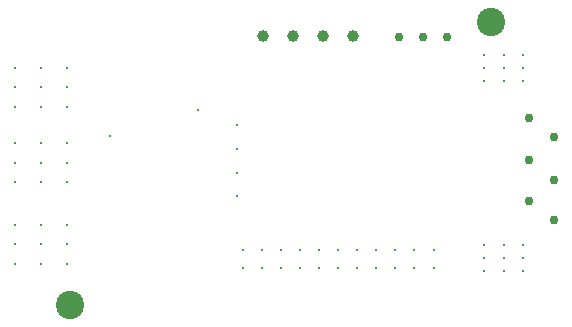
<source format=gbr>
%TF.GenerationSoftware,Altium Limited,Altium Designer,24.4.1 (13)*%
G04 Layer_Color=0*
%FSLAX45Y45*%
%MOMM*%
%TF.SameCoordinates,C660FC9E-4896-4694-9F0D-9EB1E9559909*%
%TF.FilePolarity,Positive*%
%TF.FileFunction,Plated,1,2,PTH,Drill*%
%TF.Part,Single*%
G01*
G75*
%TA.AperFunction,OtherDrill,Pad Free-15 (35.8mm,21.2mm)*%
%ADD30C,0.76200*%
%TA.AperFunction,OtherDrill,Pad Free-16 (33.8mm,21.2mm)*%
%ADD31C,0.76200*%
%TA.AperFunction,OtherDrill,Pad Free-14 (37.8mm,21.2mm)*%
%ADD32C,0.76200*%
%TA.AperFunction,OtherDrill,Pad Free-6 (46.9mm,5.7mm)*%
%ADD33C,0.76200*%
%TA.AperFunction,OtherDrill,Pad Free-9 (44.8mm,7.3mm)*%
%ADD34C,0.76200*%
%TA.AperFunction,OtherDrill,Pad Free-11 (44.8mm,14.3mm)*%
%ADD35C,0.76200*%
%TA.AperFunction,OtherDrill,Pad Free-10 (44.8mm,10.8mm)*%
%ADD36C,0.76200*%
%TA.AperFunction,OtherDrill,Pad Free-8 (46.9mm,9.1mm)*%
%ADD37C,0.76200*%
%TA.AperFunction,OtherDrill,Pad Free-7 (46.9mm,12.7mm)*%
%ADD38C,0.76200*%
%TA.AperFunction,ComponentDrill*%
%ADD39C,1.00000*%
%TA.AperFunction,OtherDrill,Pad Free-2 (5.9mm,-1.5mm)*%
%ADD40C,2.40000*%
%TA.AperFunction,OtherDrill,Pad Free-2 (41.6mm,22.5mm)*%
%ADD41C,2.40000*%
%TA.AperFunction,ViaDrill,NotFilled*%
%ADD42C,0.30000*%
D30*
X3580000Y2120000D02*
D03*
D31*
X3380000D02*
D03*
D32*
X3780000D02*
D03*
D33*
X4690000Y570000D02*
D03*
D34*
X4480000Y730000D02*
D03*
D35*
Y1430000D02*
D03*
D36*
Y1080000D02*
D03*
D37*
X4690000Y910000D02*
D03*
D38*
Y1270000D02*
D03*
D39*
X2228000Y2130000D02*
D03*
X2482000D02*
D03*
X2736000D02*
D03*
X2990000D02*
D03*
D40*
X590000Y-150000D02*
D03*
D41*
X4160000Y2250000D02*
D03*
D42*
X3187002Y320000D02*
D03*
X3186996Y160000D02*
D03*
X3347995D02*
D03*
X3348001Y320000D02*
D03*
X3508995Y160000D02*
D03*
X3509001Y320000D02*
D03*
X3669994Y160000D02*
D03*
X3670000Y320000D02*
D03*
X2060006D02*
D03*
X2060000Y160000D02*
D03*
X2220999D02*
D03*
X2221005Y320000D02*
D03*
X2381999Y160000D02*
D03*
X2382005Y320000D02*
D03*
X3026002D02*
D03*
X3025996Y160000D02*
D03*
X2865003Y320000D02*
D03*
X2864997Y160000D02*
D03*
X2704003Y320000D02*
D03*
X2703998Y160000D02*
D03*
X2542998D02*
D03*
X2543004Y320000D02*
D03*
X2010000Y1370000D02*
D03*
Y1170000D02*
D03*
Y970000D02*
D03*
Y770000D02*
D03*
X1680000Y1500000D02*
D03*
X930000Y1280000D02*
D03*
X130000Y890000D02*
D03*
Y1220000D02*
D03*
Y1055000D02*
D03*
Y1530000D02*
D03*
Y1860000D02*
D03*
Y1695000D02*
D03*
X350000Y200000D02*
D03*
Y530000D02*
D03*
Y365000D02*
D03*
Y1055000D02*
D03*
Y1220000D02*
D03*
Y890000D02*
D03*
Y1530000D02*
D03*
Y1860000D02*
D03*
Y1695000D02*
D03*
X569999Y365000D02*
D03*
Y530000D02*
D03*
Y200000D02*
D03*
Y1055000D02*
D03*
Y1220000D02*
D03*
Y890000D02*
D03*
Y1530000D02*
D03*
Y1860000D02*
D03*
Y1695000D02*
D03*
X130000Y530000D02*
D03*
Y365000D02*
D03*
Y200000D02*
D03*
X4429999Y360000D02*
D03*
Y250000D02*
D03*
Y140000D02*
D03*
X4265000Y360000D02*
D03*
Y250000D02*
D03*
Y140000D02*
D03*
X4100000D02*
D03*
Y250000D02*
D03*
Y360000D02*
D03*
Y1970000D02*
D03*
Y1860000D02*
D03*
Y1750000D02*
D03*
X4265000D02*
D03*
Y1860000D02*
D03*
Y1970000D02*
D03*
X4429999Y1750000D02*
D03*
Y1860000D02*
D03*
Y1970000D02*
D03*
%TF.MD5,c3287dfe1d55aa9b5bc9fbea8a4f4155*%
M02*

</source>
